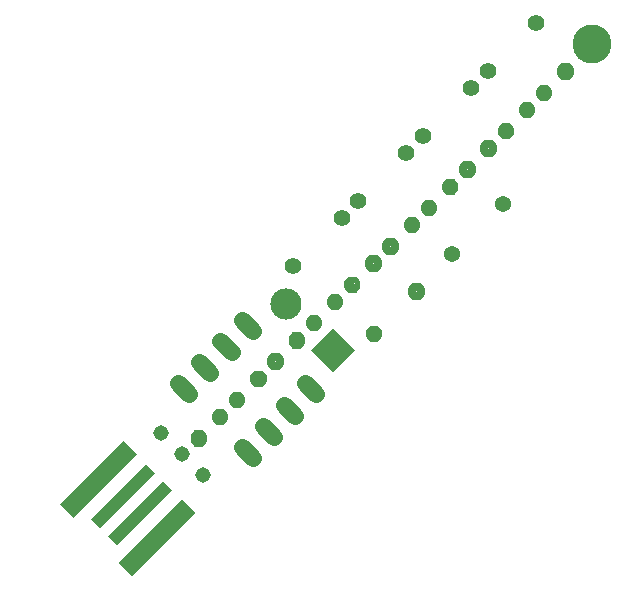
<source format=gts>
G75*
G70*
%OFA0B0*%
%FSLAX24Y24*%
%IPPOS*%
%LPD*%
%AMOC8*
5,1,8,0,0,1.08239X$1,22.5*
%
%ADD10C,0.1300*%
%ADD11C,0.0560*%
%ADD12C,0.0112*%
%ADD13R,0.1040X0.1040*%
%ADD14C,0.1040*%
%ADD15R,0.2993X0.0631*%
%ADD16R,0.2599X0.0434*%
%ADD17C,0.0540*%
%ADD18C,0.0560*%
%ADD19C,0.0516*%
D10*
X018631Y018631D03*
D11*
X009072Y007318D02*
X009440Y006951D01*
X008733Y006244D02*
X008365Y006611D01*
X007658Y005904D02*
X008026Y005537D01*
X007318Y004829D02*
X006951Y005197D01*
X005197Y006951D02*
X004829Y007318D01*
X005537Y008026D02*
X005904Y007658D01*
X006611Y008365D02*
X006244Y008733D01*
X006951Y009440D02*
X007318Y009072D01*
D12*
X007894Y008024D02*
X007838Y007968D01*
X007838Y008154D01*
X007968Y008284D01*
X008154Y008284D01*
X008284Y008154D01*
X008284Y007968D01*
X008154Y007838D01*
X007968Y007838D01*
X007838Y007968D01*
X007922Y008003D01*
X007922Y008119D01*
X008003Y008200D01*
X008119Y008200D01*
X008200Y008119D01*
X008200Y008003D01*
X008119Y007922D01*
X008003Y007922D01*
X007922Y008003D01*
X008006Y008038D01*
X008006Y008084D01*
X008038Y008116D01*
X008084Y008116D01*
X008116Y008084D01*
X008116Y008038D01*
X008084Y008006D01*
X008038Y008006D01*
X008006Y008038D01*
X007321Y007451D02*
X007265Y007395D01*
X007265Y007581D01*
X007395Y007711D01*
X007581Y007711D01*
X007711Y007581D01*
X007711Y007395D01*
X007581Y007265D01*
X007395Y007265D01*
X007265Y007395D01*
X007349Y007430D01*
X007349Y007546D01*
X007430Y007627D01*
X007546Y007627D01*
X007627Y007546D01*
X007627Y007430D01*
X007546Y007349D01*
X007430Y007349D01*
X007349Y007430D01*
X007433Y007465D01*
X007433Y007511D01*
X007465Y007543D01*
X007511Y007543D01*
X007543Y007511D01*
X007543Y007465D01*
X007511Y007433D01*
X007465Y007433D01*
X007433Y007465D01*
X006614Y006744D02*
X006558Y006688D01*
X006558Y006874D01*
X006688Y007004D01*
X006874Y007004D01*
X007004Y006874D01*
X007004Y006688D01*
X006874Y006558D01*
X006688Y006558D01*
X006558Y006688D01*
X006642Y006723D01*
X006642Y006839D01*
X006723Y006920D01*
X006839Y006920D01*
X006920Y006839D01*
X006920Y006723D01*
X006839Y006642D01*
X006723Y006642D01*
X006642Y006723D01*
X006726Y006758D01*
X006726Y006804D01*
X006758Y006836D01*
X006804Y006836D01*
X006836Y006804D01*
X006836Y006758D01*
X006804Y006726D01*
X006758Y006726D01*
X006726Y006758D01*
X006042Y006172D02*
X005986Y006116D01*
X005986Y006302D01*
X006116Y006432D01*
X006302Y006432D01*
X006432Y006302D01*
X006432Y006116D01*
X006302Y005986D01*
X006116Y005986D01*
X005986Y006116D01*
X006070Y006151D01*
X006070Y006267D01*
X006151Y006348D01*
X006267Y006348D01*
X006348Y006267D01*
X006348Y006151D01*
X006267Y006070D01*
X006151Y006070D01*
X006070Y006151D01*
X006154Y006186D01*
X006154Y006232D01*
X006186Y006264D01*
X006232Y006264D01*
X006264Y006232D01*
X006264Y006186D01*
X006232Y006154D01*
X006186Y006154D01*
X006154Y006186D01*
X005335Y005465D02*
X005279Y005409D01*
X005279Y005595D01*
X005409Y005725D01*
X005595Y005725D01*
X005725Y005595D01*
X005725Y005409D01*
X005595Y005279D01*
X005409Y005279D01*
X005279Y005409D01*
X005363Y005444D01*
X005363Y005560D01*
X005444Y005641D01*
X005560Y005641D01*
X005641Y005560D01*
X005641Y005444D01*
X005560Y005363D01*
X005444Y005363D01*
X005363Y005444D01*
X005447Y005479D01*
X005447Y005525D01*
X005479Y005557D01*
X005525Y005557D01*
X005557Y005525D01*
X005557Y005479D01*
X005525Y005447D01*
X005479Y005447D01*
X005447Y005479D01*
X008601Y008731D02*
X008545Y008675D01*
X008545Y008861D01*
X008675Y008991D01*
X008861Y008991D01*
X008991Y008861D01*
X008991Y008675D01*
X008861Y008545D01*
X008675Y008545D01*
X008545Y008675D01*
X008629Y008710D01*
X008629Y008826D01*
X008710Y008907D01*
X008826Y008907D01*
X008907Y008826D01*
X008907Y008710D01*
X008826Y008629D01*
X008710Y008629D01*
X008629Y008710D01*
X008713Y008745D01*
X008713Y008791D01*
X008745Y008823D01*
X008791Y008823D01*
X008823Y008791D01*
X008823Y008745D01*
X008791Y008713D01*
X008745Y008713D01*
X008713Y008745D01*
X009173Y009303D02*
X009117Y009247D01*
X009117Y009433D01*
X009247Y009563D01*
X009433Y009563D01*
X009563Y009433D01*
X009563Y009247D01*
X009433Y009117D01*
X009247Y009117D01*
X009117Y009247D01*
X009201Y009282D01*
X009201Y009398D01*
X009282Y009479D01*
X009398Y009479D01*
X009479Y009398D01*
X009479Y009282D01*
X009398Y009201D01*
X009282Y009201D01*
X009201Y009282D01*
X009285Y009317D01*
X009285Y009363D01*
X009317Y009395D01*
X009363Y009395D01*
X009395Y009363D01*
X009395Y009317D01*
X009363Y009285D01*
X009317Y009285D01*
X009285Y009317D01*
X009880Y010010D02*
X009824Y009954D01*
X009824Y010140D01*
X009954Y010270D01*
X010140Y010270D01*
X010270Y010140D01*
X010270Y009954D01*
X010140Y009824D01*
X009954Y009824D01*
X009824Y009954D01*
X009908Y009989D01*
X009908Y010105D01*
X009989Y010186D01*
X010105Y010186D01*
X010186Y010105D01*
X010186Y009989D01*
X010105Y009908D01*
X009989Y009908D01*
X009908Y009989D01*
X009992Y010024D01*
X009992Y010070D01*
X010024Y010102D01*
X010070Y010102D01*
X010102Y010070D01*
X010102Y010024D01*
X010070Y009992D01*
X010024Y009992D01*
X009992Y010024D01*
X010453Y010583D02*
X010397Y010527D01*
X010397Y010713D01*
X010527Y010843D01*
X010713Y010843D01*
X010843Y010713D01*
X010843Y010527D01*
X010713Y010397D01*
X010527Y010397D01*
X010397Y010527D01*
X010481Y010562D01*
X010481Y010678D01*
X010562Y010759D01*
X010678Y010759D01*
X010759Y010678D01*
X010759Y010562D01*
X010678Y010481D01*
X010562Y010481D01*
X010481Y010562D01*
X010565Y010597D01*
X010565Y010643D01*
X010597Y010675D01*
X010643Y010675D01*
X010675Y010643D01*
X010675Y010597D01*
X010643Y010565D01*
X010597Y010565D01*
X010565Y010597D01*
X011160Y011290D02*
X011104Y011234D01*
X011104Y011420D01*
X011234Y011550D01*
X011420Y011550D01*
X011550Y011420D01*
X011550Y011234D01*
X011420Y011104D01*
X011234Y011104D01*
X011104Y011234D01*
X011188Y011269D01*
X011188Y011385D01*
X011269Y011466D01*
X011385Y011466D01*
X011466Y011385D01*
X011466Y011269D01*
X011385Y011188D01*
X011269Y011188D01*
X011188Y011269D01*
X011272Y011304D01*
X011272Y011350D01*
X011304Y011382D01*
X011350Y011382D01*
X011382Y011350D01*
X011382Y011304D01*
X011350Y011272D01*
X011304Y011272D01*
X011272Y011304D01*
X011732Y011862D02*
X011676Y011806D01*
X011676Y011992D01*
X011806Y012122D01*
X011992Y012122D01*
X012122Y011992D01*
X012122Y011806D01*
X011992Y011676D01*
X011806Y011676D01*
X011676Y011806D01*
X011760Y011841D01*
X011760Y011957D01*
X011841Y012038D01*
X011957Y012038D01*
X012038Y011957D01*
X012038Y011841D01*
X011957Y011760D01*
X011841Y011760D01*
X011760Y011841D01*
X011844Y011876D01*
X011844Y011922D01*
X011876Y011954D01*
X011922Y011954D01*
X011954Y011922D01*
X011954Y011876D01*
X011922Y011844D01*
X011876Y011844D01*
X011844Y011876D01*
X012439Y012569D02*
X012383Y012513D01*
X012383Y012699D01*
X012513Y012829D01*
X012699Y012829D01*
X012829Y012699D01*
X012829Y012513D01*
X012699Y012383D01*
X012513Y012383D01*
X012383Y012513D01*
X012467Y012548D01*
X012467Y012664D01*
X012548Y012745D01*
X012664Y012745D01*
X012745Y012664D01*
X012745Y012548D01*
X012664Y012467D01*
X012548Y012467D01*
X012467Y012548D01*
X012551Y012583D01*
X012551Y012629D01*
X012583Y012661D01*
X012629Y012661D01*
X012661Y012629D01*
X012661Y012583D01*
X012629Y012551D01*
X012583Y012551D01*
X012551Y012583D01*
X013012Y013142D02*
X012956Y013086D01*
X012956Y013272D01*
X013086Y013402D01*
X013272Y013402D01*
X013402Y013272D01*
X013402Y013086D01*
X013272Y012956D01*
X013086Y012956D01*
X012956Y013086D01*
X013040Y013121D01*
X013040Y013237D01*
X013121Y013318D01*
X013237Y013318D01*
X013318Y013237D01*
X013318Y013121D01*
X013237Y013040D01*
X013121Y013040D01*
X013040Y013121D01*
X013124Y013156D01*
X013124Y013202D01*
X013156Y013234D01*
X013202Y013234D01*
X013234Y013202D01*
X013234Y013156D01*
X013202Y013124D01*
X013156Y013124D01*
X013124Y013156D01*
X013719Y013849D02*
X013663Y013793D01*
X013663Y013979D01*
X013793Y014109D01*
X013979Y014109D01*
X014109Y013979D01*
X014109Y013793D01*
X013979Y013663D01*
X013793Y013663D01*
X013663Y013793D01*
X013747Y013828D01*
X013747Y013944D01*
X013828Y014025D01*
X013944Y014025D01*
X014025Y013944D01*
X014025Y013828D01*
X013944Y013747D01*
X013828Y013747D01*
X013747Y013828D01*
X013831Y013863D01*
X013831Y013909D01*
X013863Y013941D01*
X013909Y013941D01*
X013941Y013909D01*
X013941Y013863D01*
X013909Y013831D01*
X013863Y013831D01*
X013831Y013863D01*
X014291Y014421D02*
X014235Y014365D01*
X014235Y014551D01*
X014365Y014681D01*
X014551Y014681D01*
X014681Y014551D01*
X014681Y014365D01*
X014551Y014235D01*
X014365Y014235D01*
X014235Y014365D01*
X014319Y014400D01*
X014319Y014516D01*
X014400Y014597D01*
X014516Y014597D01*
X014597Y014516D01*
X014597Y014400D01*
X014516Y014319D01*
X014400Y014319D01*
X014319Y014400D01*
X014403Y014435D01*
X014403Y014481D01*
X014435Y014513D01*
X014481Y014513D01*
X014513Y014481D01*
X014513Y014435D01*
X014481Y014403D01*
X014435Y014403D01*
X014403Y014435D01*
X014998Y015128D02*
X014942Y015072D01*
X014942Y015258D01*
X015072Y015388D01*
X015258Y015388D01*
X015388Y015258D01*
X015388Y015072D01*
X015258Y014942D01*
X015072Y014942D01*
X014942Y015072D01*
X015026Y015107D01*
X015026Y015223D01*
X015107Y015304D01*
X015223Y015304D01*
X015304Y015223D01*
X015304Y015107D01*
X015223Y015026D01*
X015107Y015026D01*
X015026Y015107D01*
X015110Y015142D01*
X015110Y015188D01*
X015142Y015220D01*
X015188Y015220D01*
X015220Y015188D01*
X015220Y015142D01*
X015188Y015110D01*
X015142Y015110D01*
X015110Y015142D01*
X015571Y015701D02*
X015515Y015645D01*
X015515Y015831D01*
X015645Y015961D01*
X015831Y015961D01*
X015961Y015831D01*
X015961Y015645D01*
X015831Y015515D01*
X015645Y015515D01*
X015515Y015645D01*
X015599Y015680D01*
X015599Y015796D01*
X015680Y015877D01*
X015796Y015877D01*
X015877Y015796D01*
X015877Y015680D01*
X015796Y015599D01*
X015680Y015599D01*
X015599Y015680D01*
X015683Y015715D01*
X015683Y015761D01*
X015715Y015793D01*
X015761Y015793D01*
X015793Y015761D01*
X015793Y015715D01*
X015761Y015683D01*
X015715Y015683D01*
X015683Y015715D01*
X016278Y016408D02*
X016222Y016352D01*
X016222Y016538D01*
X016352Y016668D01*
X016538Y016668D01*
X016668Y016538D01*
X016668Y016352D01*
X016538Y016222D01*
X016352Y016222D01*
X016222Y016352D01*
X016306Y016387D01*
X016306Y016503D01*
X016387Y016584D01*
X016503Y016584D01*
X016584Y016503D01*
X016584Y016387D01*
X016503Y016306D01*
X016387Y016306D01*
X016306Y016387D01*
X016390Y016422D01*
X016390Y016468D01*
X016422Y016500D01*
X016468Y016500D01*
X016500Y016468D01*
X016500Y016422D01*
X016468Y016390D01*
X016422Y016390D01*
X016390Y016422D01*
X016850Y016980D02*
X016794Y016924D01*
X016794Y017110D01*
X016924Y017240D01*
X017110Y017240D01*
X017240Y017110D01*
X017240Y016924D01*
X017110Y016794D01*
X016924Y016794D01*
X016794Y016924D01*
X016878Y016959D01*
X016878Y017075D01*
X016959Y017156D01*
X017075Y017156D01*
X017156Y017075D01*
X017156Y016959D01*
X017075Y016878D01*
X016959Y016878D01*
X016878Y016959D01*
X016962Y016994D01*
X016962Y017040D01*
X016994Y017072D01*
X017040Y017072D01*
X017072Y017040D01*
X017072Y016994D01*
X017040Y016962D01*
X016994Y016962D01*
X016962Y016994D01*
X017557Y017687D02*
X017501Y017631D01*
X017501Y017817D01*
X017631Y017947D01*
X017817Y017947D01*
X017947Y017817D01*
X017947Y017631D01*
X017817Y017501D01*
X017631Y017501D01*
X017501Y017631D01*
X017585Y017666D01*
X017585Y017782D01*
X017666Y017863D01*
X017782Y017863D01*
X017863Y017782D01*
X017863Y017666D01*
X017782Y017585D01*
X017666Y017585D01*
X017585Y017666D01*
X017669Y017701D01*
X017669Y017747D01*
X017701Y017779D01*
X017747Y017779D01*
X017779Y017747D01*
X017779Y017701D01*
X017747Y017669D01*
X017701Y017669D01*
X017669Y017701D01*
X012930Y010438D02*
X012986Y010494D01*
X012986Y010308D01*
X012856Y010178D01*
X012670Y010178D01*
X012540Y010308D01*
X012540Y010494D01*
X012670Y010624D01*
X012856Y010624D01*
X012986Y010494D01*
X012902Y010459D01*
X012902Y010343D01*
X012821Y010262D01*
X012705Y010262D01*
X012624Y010343D01*
X012624Y010459D01*
X012705Y010540D01*
X012821Y010540D01*
X012902Y010459D01*
X012818Y010424D01*
X012818Y010378D01*
X012786Y010346D01*
X012740Y010346D01*
X012708Y010378D01*
X012708Y010424D01*
X012740Y010456D01*
X012786Y010456D01*
X012818Y010424D01*
X011516Y009024D02*
X011572Y009080D01*
X011572Y008894D01*
X011442Y008764D01*
X011256Y008764D01*
X011126Y008894D01*
X011126Y009080D01*
X011256Y009210D01*
X011442Y009210D01*
X011572Y009080D01*
X011488Y009045D01*
X011488Y008929D01*
X011407Y008848D01*
X011291Y008848D01*
X011210Y008929D01*
X011210Y009045D01*
X011291Y009126D01*
X011407Y009126D01*
X011488Y009045D01*
X011404Y009010D01*
X011404Y008964D01*
X011372Y008932D01*
X011326Y008932D01*
X011294Y008964D01*
X011294Y009010D01*
X011326Y009042D01*
X011372Y009042D01*
X011404Y009010D01*
D13*
G36*
X009981Y009167D02*
X010716Y008432D01*
X009981Y007697D01*
X009246Y008432D01*
X009981Y009167D01*
G37*
D14*
X008438Y009975D03*
D15*
G36*
X003448Y004951D02*
X001333Y002836D01*
X000888Y003281D01*
X003003Y005396D01*
X003448Y004951D01*
G37*
G36*
X005396Y003003D02*
X003281Y000888D01*
X002836Y001333D01*
X004951Y003448D01*
X005396Y003003D01*
G37*
D16*
G36*
X004074Y004325D02*
X002238Y002489D01*
X001932Y002795D01*
X003768Y004631D01*
X004074Y004325D01*
G37*
G36*
X004631Y003768D02*
X002795Y001932D01*
X002489Y002238D01*
X004325Y004074D01*
X004631Y003768D01*
G37*
D17*
X013977Y011614D03*
X015647Y013285D03*
D18*
X012992Y015551D03*
X012444Y015004D03*
X010827Y013386D03*
X010279Y012838D03*
X008662Y011221D03*
X014610Y017169D03*
X015158Y017717D03*
X016775Y019334D03*
D19*
X004262Y005676D03*
X004969Y004969D03*
X005676Y004262D03*
M02*

</source>
